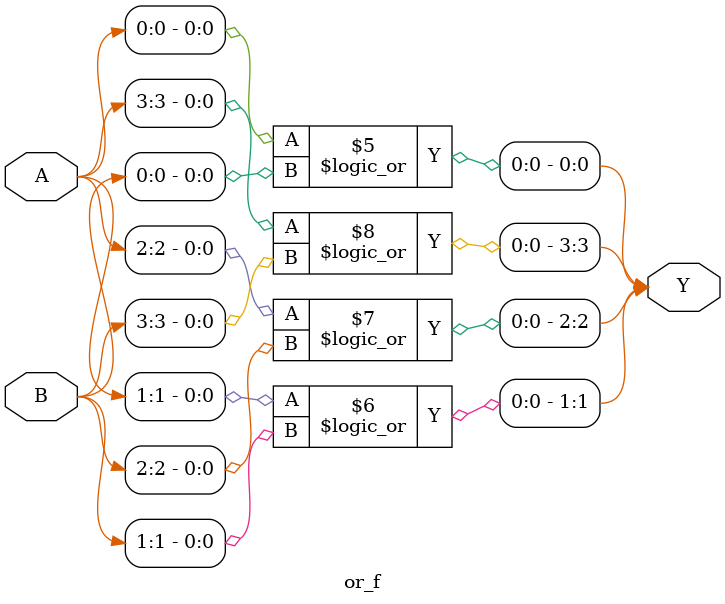
<source format=sv>
module or_f 
			# (parameter BITS = 4)
			  (A, B, Y);
	
	input [BITS-1:0] A;
	input [BITS-1:0] B;
	
	output [BITS-1:0] Y;
	
		initial begin
		
			for (int i = 0; i < $size(A); i++) begin
			
					Y[i] = A[i] || B[i];
			end
		end
		
endmodule
</source>
